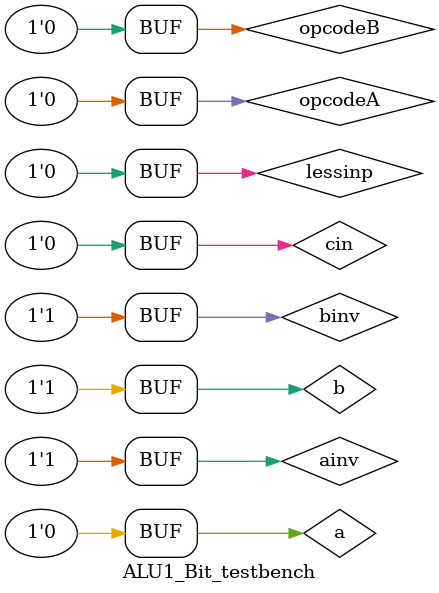
<source format=v>
`timescale 1ns/1ps
module ALU1_Bit_testbench();
reg a,b,lessinp,cin,ainv,binv,opcodeA,opcodeB;
wire cout,result;

ALU1_Bit dut(a,b,lessinp,cin,ainv,binv,opcodeA,opcodeB,cout,result); 

initial begin
//Expected output is in form of {cout, result}
a = 1'b1; b = 1'b0; lessinp = 1'b0; cin = 1'b0; ainv = 1'b0; binv = 1'b0; opcodeA = 1'b0; opcodeB = 1'b0;//AND  Expected Output = {0,0}---correct
#0.1;
a = 1'b1; b = 1'b0; lessinp = 1'b0; cin = 1'b0; ainv = 1'b0; binv = 1'b0; opcodeA = 1'b0; opcodeB = 1'b1;//OR    Expected Output = {0,1}---correct
#0.1;
a = 1'b0; b = 1'b1; lessinp = 1'b0; cin = 1'b0; ainv = 1'b0; binv = 1'b0; opcodeA = 1'b1; opcodeB = 1'b0; //XOR  Expected Output = {0,1}---correct
#0.1;
a = 1'b1; b = 1'b0; lessinp = 1'b0; cin = 1'b1; ainv = 1'b0; binv = 1'b0; opcodeA = 1'b1; opcodeB = 1'b1;//ADD    Expected Output = {1,0}---correct
#0.1;
a = 1'b0; b = 1'b1; lessinp = 1'b0; cin = 1'b0; ainv = 1'b0; binv = 1'b1; opcodeA = 1'b1; opcodeB = 1'b0; //SLT     Expected Output = {0,0}---correct
#0.1;
a = 1'b1; b = 1'b1; lessinp = 1'b0; cin = 1'b1; ainv = 1'b0; binv = 1'b1; opcodeA = 1'b1; opcodeB = 1'b1; //SUB    Expected Output = {1,0}---correct
#0.1;
a = 1'b0; b = 1'b1; lessinp = 1'b0; cin = 1'b0; ainv = 1'b1; binv = 1'b1; opcodeA = 1'b0; opcodeB = 1'b0; //NOR   Expected Output = {0,0}---correct
#0.1;
end
 
 
initial
begin
$monitor("Simulation Time = %g, a=%1b, b=%1b, lessinp=%1b, cin=%1b, ainv =%1b, binv=%1b, opcodeA=%1b, opcodeB=%1b, cout=%1b, result=%1b", $time, a,b,lessinp,cin,ainv,binv,opcodeA,opcodeB,cout,result);
end
 
endmodule

</source>
